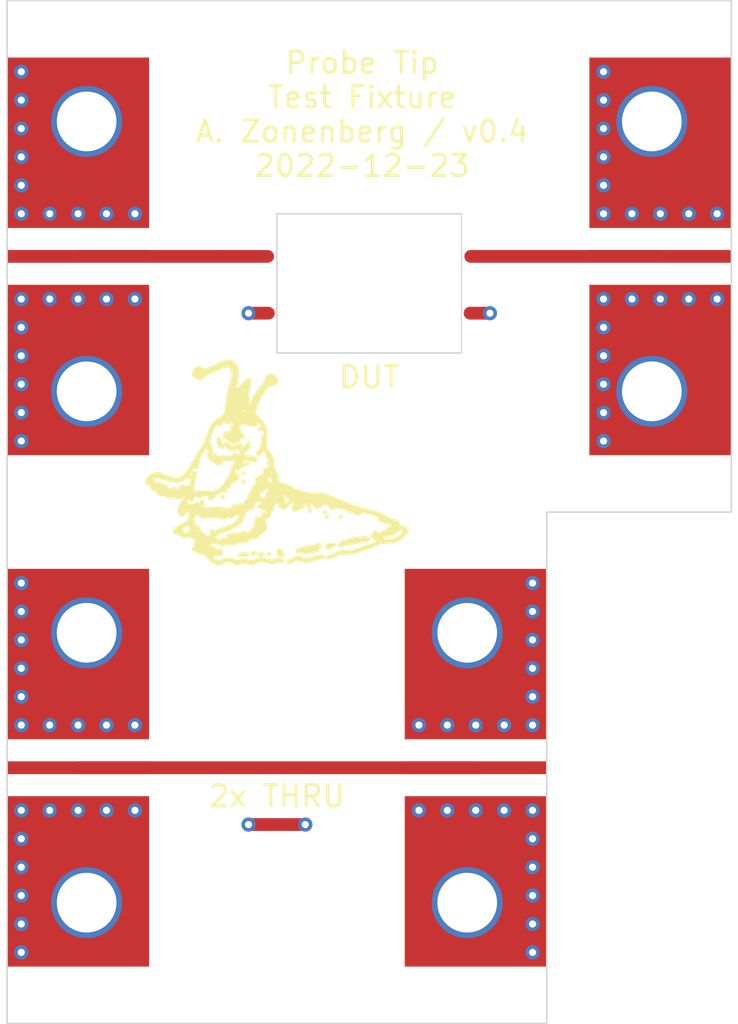
<source format=kicad_pcb>
(kicad_pcb (version 20211014) (generator pcbnew)
  (layers (0 "F.Cu" signal) (1 "In1.Cu" signal) (2 "In2.Cu" signal) (31 "B.Cu" signal) (34 "B.Paste" user) (35 "F.Paste" user) (36 "B.SilkS" user "B.Silkscreen") (37 "F.SilkS" user "F.Silkscreen") (38 "B.Mask" user) (39 "F.Mask" user) (44 "Edge.Cuts" user))
  (net 0 "")
  (net 1 "/GND1")
  (net 2 "unconnected-(J1-Pad1)")
  (net 3 "/GND2")
  (net 4 "unconnected-(J2-Pad1)")
  (net 5 "Net-(J3-Pad1)")
  (net 6 "/GND3")
  (footprint "azonenberg_pcb:CONN_SMA_EDGE_ROSENBERGER_32K243_40ML5" (layer "F.Cu") (at 70.5 95)
    (fp_text reference "J1" hide)
    (fp_text value "32K243-40ML5" hide)
    (pad "1" smd rect locked (at 2.5 0) (size 5 0.45) (layers "F.Cu" "F.Mask") (net 2 "unconnected-(J1-Pad1)"))
    (pad "2" thru_hole circle locked (at 2.8 -4.75) (size 2.5 2.5) (drill 2.1) (layers *.Cu *.Mask) (net 1 "/GND1"))
    (pad "2" thru_hole circle locked (at 2.8 4.75) (size 2.5 2.5) (drill 2.1) (layers *.Cu *.Mask) (net 1 "/GND1"))
    (pad "2" smd rect locked (at 2.5 -4) (size 5 6) (layers "F.Cu" "F.Paste" "F.Mask") (net 1 "/GND1"))
    (pad "2" smd rect locked (at 2.5 4) (size 5 6) (layers "F.Cu" "F.Paste" "F.Mask") (net 1 "/GND1"))
  )
  (footprint "azonenberg_pcb:CONN_SMA_EDGE_ROSENBERGER_32K243_40ML5" (layer "F.Cu") (at 96 95 180)
    (fp_text reference "J2" hide)
    (fp_text value "32K243-40ML5" hide)
    (pad "1" smd rect locked (at 2.5 0 180) (size 5 0.45) (layers "F.Cu" "F.Mask") (net 4 "unconnected-(J2-Pad1)"))
    (pad "2" smd rect locked (at 2.5 4 180) (size 5 6) (layers "F.Cu" "F.Paste" "F.Mask") (net 3 "/GND2"))
    (pad "2" smd rect locked (at 2.5 -4 180) (size 5 6) (layers "F.Cu" "F.Paste" "F.Mask") (net 3 "/GND2"))
    (pad "2" thru_hole circle locked (at 2.8 -4.75 180) (size 2.5 2.5) (drill 2.1) (layers *.Cu *.Mask) (net 3 "/GND2"))
    (pad "2" thru_hole circle locked (at 2.8 4.75 180) (size 2.5 2.5) (drill 2.1) (layers *.Cu *.Mask) (net 3 "/GND2"))
  )
  (footprint "azonenberg_pcb:LONGTHING-1200DPI" (layer "F.Cu") (at 80.549031 102.629721)
    (fp_text reference "G***" hide)
    (fp_text value "LOGO" hide)
  )
  (footprint "azonenberg_pcb:CONN_SMA_EDGE_ROSENBERGER_32K243_40ML5" (layer "F.Cu") (at 89.5 113 180)
    (fp_text reference "J3" hide)
    (fp_text value "32K243-40ML5" hide)
    (pad "1" smd rect locked (at 2.5 0 180) (size 5 0.45) (layers "F.Cu" "F.Mask") (net 5 "Net-(J3-Pad1)"))
    (pad "2" thru_hole circle locked (at 2.8 4.75 180) (size 2.5 2.5) (drill 2.1) (layers *.Cu *.Mask) (net 6 "/GND3"))
    (pad "2" smd rect locked (at 2.5 -4 180) (size 5 6) (layers "F.Cu" "F.Mask") (net 6 "/GND3"))
    (pad "2" thru_hole circle locked (at 2.8 -4.75 180) (size 2.5 2.5) (drill 2.1) (layers *.Cu *.Mask) (net 6 "/GND3"))
    (pad "2" smd rect locked (at 2.5 4 180) (size 5 6) (layers "F.Cu" "F.Mask") (net 6 "/GND3"))
  )
  (footprint "azonenberg_pcb:CONN_SMA_EDGE_ROSENBERGER_32K243_40ML5" (layer "F.Cu") (at 70.5 113)
    (fp_text reference "J4" hide)
    (fp_text value "32K243-40ML5" hide)
    (pad "1" smd rect locked (at 2.5 0) (size 5 0.45) (layers "F.Cu" "F.Mask") (net 5 "Net-(J3-Pad1)"))
    (pad "2" smd rect locked (at 2.5 -4) (size 5 6) (layers "F.Cu" "F.Mask") (net 6 "/GND3"))
    (pad "2" smd rect locked (at 2.5 4) (size 5 6) (layers "F.Cu" "F.Mask") (net 6 "/GND3"))
    (pad "2" thru_hole circle locked (at 2.8 -4.75) (size 2.5 2.5) (drill 2.1) (layers *.Cu *.Mask) (net 6 "/GND3"))
    (pad "2" thru_hole circle locked (at 2.8 4.75) (size 2.5 2.5) (drill 2.1) (layers *.Cu *.Mask) (net 6 "/GND3"))
  )
  (gr_line (start 96 86) (end 70.5 86) (layer "Edge.Cuts") (width 0.05))
  (gr_line (start 86.5 93.5) (end 80 93.5) (layer "Edge.Cuts") (width 0.05))
  (gr_line (start 86.5 98.4) (end 80 98.4) (layer "Edge.Cuts") (width 0.05))
  (gr_line (start 86.5 93.5) (end 86.5 98.4) (layer "Edge.Cuts") (width 0.05))
  (gr_line (start 70.5 86) (end 70.5 122) (layer "Edge.Cuts") (width 0.05))
  (gr_line (start 89.5 104) (end 89.5 122) (layer "Edge.Cuts") (width 0.05))
  (gr_line (start 70.5 122) (end 89.5 122) (layer "Edge.Cuts") (width 0.05))
  (gr_line (start 96 104) (end 96 86) (layer "Edge.Cuts") (width 0.05))
  (gr_line (start 80 93.5) (end 80 98.4) (layer "Edge.Cuts") (width 0.05))
  (gr_line (start 96 104) (end 89.5 104) (layer "Edge.Cuts") (width 0.05))
  (gr_text "DUT" (at 83.25 99.25) (layer "F.SilkS") (effects (font (size 0.75 0.75) (thickness 0.1))))
  (gr_text "2x THRU" (at 80 114) (layer "F.SilkS") (effects (font (size 0.75 0.75) (thickness 0.1))))
  (gr_text "Probe Tip\nTest Fixture\nA. Zonenberg / v0.4\n2022-12-23" (at 83 90) (layer "F.SilkS") (effects (font (size 0.75 0.75) (thickness 0.1))))
  (segment (start 79 97) (end 79.7 97) (width 0.45) (layer "F.Cu") (net 1))
  (via (at 71 98.5) (size 0.5) (drill 0.25) (layers "F.Cu" "B.Cu") (net 1))
  (via (at 79 97) (size 0.5) (drill 0.25) (layers "F.Cu" "B.Cu") (net 1))
  (via (at 71 97.5) (size 0.5) (drill 0.25) (layers "F.Cu" "B.Cu") (net 1))
  (via (at 71 89.5) (size 0.5) (drill 0.25) (layers "F.Cu" "B.Cu") (net 1))
  (via (at 71 92.5) (size 0.5) (drill 0.25) (layers "F.Cu" "B.Cu") (net 1))
  (via (at 71 96.5) (size 0.5) (drill 0.25) (layers "F.Cu" "B.Cu") (net 1))
  (via (at 71 101.5) (size 0.5) (drill 0.25) (layers "F.Cu" "B.Cu") (net 1))
  (via (at 75 96.5) (size 0.5) (drill 0.25) (layers "F.Cu" "B.Cu") (net 1))
  (via (at 71 91.5) (size 0.5) (drill 0.25) (layers "F.Cu" "B.Cu") (net 1))
  (via (at 72 93.5) (size 0.5) (drill 0.25) (layers "F.Cu" "B.Cu") (net 1))
  (via (at 71 90.5) (size 0.5) (drill 0.25) (layers "F.Cu" "B.Cu") (net 1))
  (via (at 73 93.5) (size 0.5) (drill 0.25) (layers "F.Cu" "B.Cu") (net 1))
  (via (at 71 88.5) (size 0.5) (drill 0.25) (layers "F.Cu" "B.Cu") (net 1))
  (via (at 71 93.5) (size 0.5) (drill 0.25) (layers "F.Cu" "B.Cu") (net 1))
  (via (at 73 96.5) (size 0.5) (drill 0.25) (layers "F.Cu" "B.Cu") (net 1))
  (via (at 71 100.5) (size 0.5) (drill 0.25) (layers "F.Cu" "B.Cu") (net 1))
  (via (at 74 93.5) (size 0.5) (drill 0.25) (layers "F.Cu" "B.Cu") (net 1))
  (via (at 74 96.5) (size 0.5) (drill 0.25) (layers "F.Cu" "B.Cu") (net 1))
  (via (at 72 96.5) (size 0.5) (drill 0.25) (layers "F.Cu" "B.Cu") (net 1))
  (via (at 71 99.5) (size 0.5) (drill 0.25) (layers "F.Cu" "B.Cu") (net 1))
  (via (at 75 93.5) (size 0.5) (drill 0.25) (layers "F.Cu" "B.Cu") (net 1))
  (segment (start 78.040367 95) (end 79.67499 95) (width 0.45) (layer "F.Cu") (net 2))
  (segment (start 73 95) (end 78.040367 95) (width 0.45) (layer "F.Cu") (net 2))
  (segment (start 87.5 97) (end 86.8 97) (width 0.45) (layer "F.Cu") (net 3))
  (via (at 91.5 91.5) (size 0.5) (drill 0.25) (layers "F.Cu" "B.Cu") (net 3))
  (via (at 93.5 93.5) (size 0.5) (drill 0.25) (layers "F.Cu" "B.Cu") (net 3))
  (via (at 92.5 96.5) (size 0.5) (drill 0.25) (layers "F.Cu" "B.Cu") (net 3))
  (via (at 94.5 96.5) (size 0.5) (drill 0.25) (layers "F.Cu" "B.Cu") (net 3))
  (via (at 91.5 97.5) (size 0.5) (drill 0.25) (layers "F.Cu" "B.Cu") (net 3))
  (via (at 91.5 88.5) (size 0.5) (drill 0.25) (layers "F.Cu" "B.Cu") (net 3))
  (via (at 92.5 93.5) (size 0.5) (drill 0.25) (layers "F.Cu" "B.Cu") (net 3))
  (via (at 95.5 96.5) (size 0.5) (drill 0.25) (layers "F.Cu" "B.Cu") (net 3))
  (via (at 91.5 100.5) (size 0.5) (drill 0.25) (layers "F.Cu" "B.Cu") (net 3))
  (via (at 94.5 93.5) (size 0.5) (drill 0.25) (layers "F.Cu" "B.Cu") (net 3))
  (via (at 91.5 90.5) (size 0.5) (drill 0.25) (layers "F.Cu" "B.Cu") (net 3))
  (via (at 91.5 92.5) (size 0.5) (drill 0.25) (layers "F.Cu" "B.Cu") (net 3))
  (via (at 91.5 89.5) (size 0.5) (drill 0.25) (layers "F.Cu" "B.Cu") (net 3))
  (via (at 91.5 98.5) (size 0.5) (drill 0.25) (layers "F.Cu" "B.Cu") (net 3))
  (via (at 91.5 93.5) (size 0.5) (drill 0.25) (layers "F.Cu" "B.Cu") (net 3))
  (via (at 87.5 97) (size 0.5) (drill 0.25) (layers "F.Cu" "B.Cu") (net 3))
  (via (at 91.5 99.5) (size 0.5) (drill 0.25) (layers "F.Cu" "B.Cu") (net 3))
  (via (at 93.5 96.5) (size 0.5) (drill 0.25) (layers "F.Cu" "B.Cu") (net 3))
  (via (at 95.5 93.5) (size 0.5) (drill 0.25) (layers "F.Cu" "B.Cu") (net 3))
  (via (at 91.5 96.5) (size 0.5) (drill 0.25) (layers "F.Cu" "B.Cu") (net 3))
  (via (at 91.5 101.5) (size 0.5) (drill 0.25) (layers "F.Cu" "B.Cu") (net 3))
  (segment (start 93.5 95) (end 86.82501 95) (width 0.45) (layer "F.Cu") (net 4))
  (segment (start 73 113) (end 87 113) (width 0.45) (layer "F.Cu") (net 5))
  (segment (start 79 115) (end 81 115) (width 0.45) (layer "F.Cu") (net 6))
  (via (at 71 116.5) (size 0.5) (drill 0.25) (layers "F.Cu" "B.Cu") (net 6))
  (via (at 74 111.5) (size 0.5) (drill 0.25) (layers "F.Cu" "B.Cu") (net 6))
  (via (at 87 111.5) (size 0.5) (drill 0.25) (layers "F.Cu" "B.Cu") (net 6))
  (via (at 89 116.5) (size 0.5) (drill 0.25) (layers "F.Cu" "B.Cu") (net 6))
  (via (at 89 118.5) (size 0.5) (drill 0.25) (layers "F.Cu" "B.Cu") (net 6))
  (via (at 71 109.5) (size 0.5) (drill 0.25) (layers "F.Cu" "B.Cu") (net 6))
  (via (at 86 111.5) (size 0.5) (drill 0.25) (layers "F.Cu" "B.Cu") (net 6))
  (via (at 85 114.5) (size 0.5) (drill 0.25) (layers "F.Cu" "B.Cu") (net 6))
  (via (at 89 111.5) (size 0.5) (drill 0.25) (layers "F.Cu" "B.Cu") (net 6))
  (via (at 88 111.5) (size 0.5) (drill 0.25) (layers "F.Cu" "B.Cu") (net 6))
  (via (at 74 114.5) (size 0.5) (drill 0.25) (layers "F.Cu" "B.Cu") (net 6))
  (via (at 81 115) (size 0.5) (drill 0.25) (layers "F.Cu" "B.Cu") (net 6))
  (via (at 71 117.5) (size 0.5) (drill 0.25) (layers "F.Cu" "B.Cu") (net 6))
  (via (at 71 108.5) (size 0.5) (drill 0.25) (layers "F.Cu" "B.Cu") (net 6))
  (via (at 85 111.5) (size 0.5) (drill 0.25) (layers "F.Cu" "B.Cu") (net 6))
  (via (at 89 106.5) (size 0.5) (drill 0.25) (layers "F.Cu" "B.Cu") (net 6))
  (via (at 87 114.5) (size 0.5) (drill 0.25) (layers "F.Cu" "B.Cu") (net 6))
  (via (at 71 107.5) (size 0.5) (drill 0.25) (layers "F.Cu" "B.Cu") (net 6))
  (via (at 86 114.5) (size 0.5) (drill 0.25) (layers "F.Cu" "B.Cu") (net 6))
  (via (at 88 114.5) (size 0.5) (drill 0.25) (layers "F.Cu" "B.Cu") (net 6))
  (via (at 89 108.5) (size 0.5) (drill 0.25) (layers "F.Cu" "B.Cu") (net 6))
  (via (at 89 115.5) (size 0.5) (drill 0.25) (layers "F.Cu" "B.Cu") (net 6))
  (via (at 89 119.5) (size 0.5) (drill 0.25) (layers "F.Cu" "B.Cu") (net 6))
  (via (at 71 114.5) (size 0.5) (drill 0.25) (layers "F.Cu" "B.Cu") (net 6))
  (via (at 71 119.5) (size 0.5) (drill 0.25) (layers "F.Cu" "B.Cu") (net 6))
  (via (at 89 107.5) (size 0.5) (drill 0.25) (layers "F.Cu" "B.Cu") (net 6))
  (via (at 72 114.5) (size 0.5) (drill 0.25) (layers "F.Cu" "B.Cu") (net 6))
  (via (at 71 111.5) (size 0.5) (drill 0.25) (layers "F.Cu" "B.Cu") (net 6))
  (via (at 71 106.5) (size 0.5) (drill 0.25) (layers "F.Cu" "B.Cu") (net 6))
  (via (at 89 114.5) (size 0.5) (drill 0.25) (layers "F.Cu" "B.Cu") (net 6))
  (via (at 75 114.5) (size 0.5) (drill 0.25) (layers "F.Cu" "B.Cu") (net 6))
  (via (at 79 115) (size 0.5) (drill 0.25) (layers "F.Cu" "B.Cu") (net 6))
  (via (at 71 118.5) (size 0.5) (drill 0.25) (layers "F.Cu" "B.Cu") (net 6))
  (via (at 75 111.5) (size 0.5) (drill 0.25) (layers "F.Cu" "B.Cu") (net 6))
  (via (at 72 111.5) (size 0.5) (drill 0.25) (layers "F.Cu" "B.Cu") (net 6))
  (via (at 73 114.5) (size 0.5) (drill 0.25) (layers "F.Cu" "B.Cu") (net 6))
  (via (at 89 109.5) (size 0.5) (drill 0.25) (layers "F.Cu" "B.Cu") (net 6))
  (via (at 71 110.5) (size 0.5) (drill 0.25) (layers "F.Cu" "B.Cu") (net 6))
  (via (at 89 110.5) (size 0.5) (drill 0.25) (layers "F.Cu" "B.Cu") (net 6))
  (via (at 73 111.5) (size 0.5) (drill 0.25) (layers "F.Cu" "B.Cu") (net 6))
  (via (at 71 115.5) (size 0.5) (drill 0.25) (layers "F.Cu" "B.Cu") (net 6))
  (via (at 89 117.5) (size 0.5) (drill 0.25) (layers "F.Cu" "B.Cu") (net 6))
)
</source>
